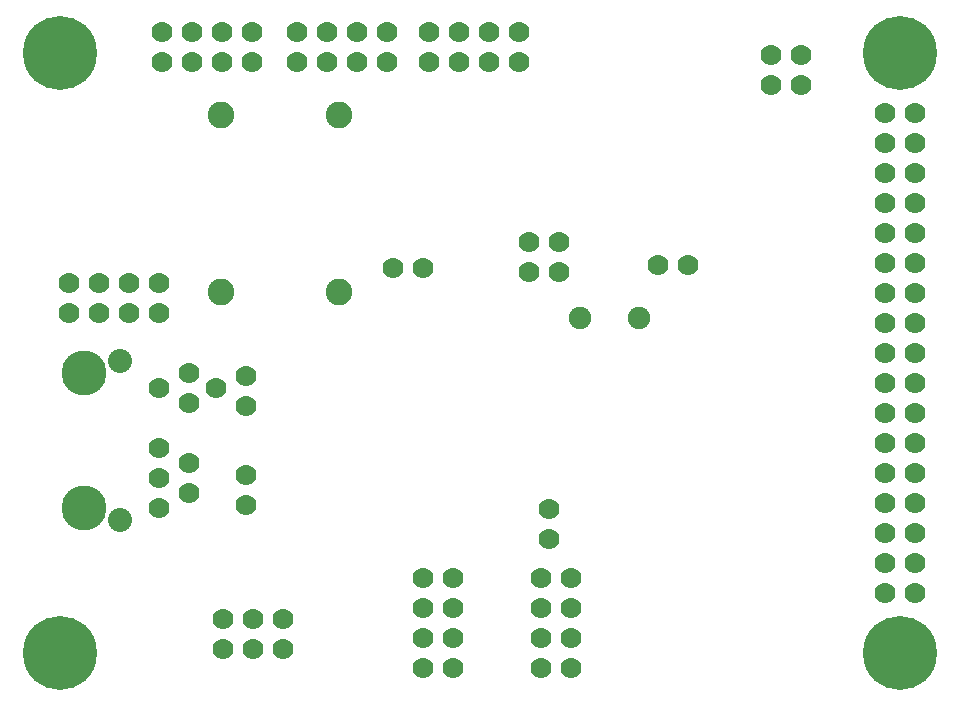
<source format=gbr>
*
*
G04 PADS 9.5 Build Number: 522968 generated Gerber (RS-274-X) file*
G04 PC Version=2.1*
*
%IN "ETH01.pcb"*%
*
%MOIN*%
*
%FSLAX35Y35*%
*
*
*
*
G04 PC Standard Apertures*
*
*
G04 Thermal Relief Aperture macro.*
%AMTER*
1,1,$1,0,0*
1,0,$1-$2,0,0*
21,0,$3,$4,0,0,45*
21,0,$3,$4,0,0,135*
%
*
*
G04 Annular Aperture macro.*
%AMANN*
1,1,$1,0,0*
1,0,$2,0,0*
%
*
*
G04 Odd Aperture macro.*
%AMODD*
1,1,$1,0,0*
1,0,$1-0.005,0,0*
%
*
*
G04 PC Custom Aperture Macros*
*
*
*
*
*
*
G04 PC Aperture Table*
*
%ADD024C,0.001*%
%ADD031C,0.07*%
%ADD033C,0.24622*%
%ADD041C,0.08*%
%ADD074C,0.075*%
%ADD075C,0.08874*%
%ADD076C,0.15*%
*
*
*
*
G04 PC Circuitry*
G04 Layer Name ETH01.pcb - circuitry*
%LPD*%
*
*
G04 PC Custom Flashes*
G04 Layer Name ETH01.pcb - flashes*
%LPD*%
*
*
G04 PC Circuitry*
G04 Layer Name ETH01.pcb - circuitry*
%LPD*%
*
G54D24*
G54D31*
G01X349500Y269500D03*
X339500D03*
X306500Y277000D03*
Y267000D03*
X296500Y277000D03*
Y267000D03*
X219000Y337000D03*
Y347000D03*
X229000Y337000D03*
Y347000D03*
X239000Y337000D03*
Y347000D03*
X249000Y337000D03*
Y347000D03*
X204000D03*
Y337000D03*
X194000Y347000D03*
Y337000D03*
X184000Y347000D03*
Y337000D03*
X174000Y347000D03*
Y337000D03*
X310500Y135000D03*
X300500D03*
X310500Y145000D03*
X300500D03*
X310500Y155000D03*
X300500D03*
X310500Y165000D03*
X300500D03*
X271000Y135000D03*
X261000D03*
X271000Y145000D03*
X261000D03*
X271000Y155000D03*
X261000D03*
X271000Y165000D03*
X261000D03*
X214500Y151500D03*
Y141500D03*
X204500Y151500D03*
Y141500D03*
X194500Y151500D03*
Y141500D03*
X251000Y268500D03*
X261000D03*
X173000Y263500D03*
Y253500D03*
X163000Y263500D03*
Y253500D03*
X153000Y263500D03*
Y253500D03*
X143000Y263500D03*
Y253500D03*
X303000Y188000D03*
Y178000D03*
X173000Y188500D03*
X183000Y193500D03*
X173000Y198500D03*
X183000Y203500D03*
X173000Y208500D03*
X202000Y189500D03*
Y199500D03*
X183000Y223500D03*
X173000Y228500D03*
X183000Y233500D03*
X192000Y228500D03*
X202000Y222500D03*
Y232500D03*
X387000Y339500D03*
Y329500D03*
X377000Y339500D03*
Y329500D03*
X415000Y320000D03*
X425000D03*
X415000Y310000D03*
X425000D03*
X415000Y300000D03*
X425000D03*
X415000Y290000D03*
X425000D03*
X415000Y280000D03*
X425000D03*
X415000Y270000D03*
X425000D03*
X415000Y260000D03*
X425000D03*
X415000Y250000D03*
X425000D03*
X415000Y240000D03*
X425000D03*
X415000Y230000D03*
X425000D03*
X415000Y220000D03*
X425000D03*
X415000Y210000D03*
X425000D03*
X415000Y200000D03*
X425000D03*
X415000Y190000D03*
X425000D03*
X415000Y180000D03*
X425000D03*
X415000Y170000D03*
X425000D03*
X415000Y160000D03*
X425000D03*
X263000Y337000D03*
Y347000D03*
X273000D03*
Y337000D03*
X283000Y347000D03*
Y337000D03*
X293000Y347000D03*
Y337000D03*
G54D33*
X420000Y340000D03*
Y140000D03*
X140000D03*
Y340000D03*
G54D41*
X160000Y237500D03*
Y184500D03*
G54D74*
X313455Y251588D03*
X333172D03*
G54D75*
X193815Y260472D03*
Y319528D03*
X233185Y260472D03*
Y319528D03*
G54D76*
X148000Y233500D03*
Y188500D03*
X0Y0D02*
M02*

</source>
